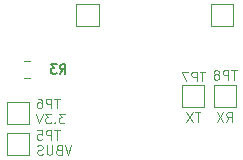
<source format=gbr>
%TF.GenerationSoftware,KiCad,Pcbnew,7.0.8*%
%TF.CreationDate,2023-10-29T23:41:36-05:00*%
%TF.ProjectId,CAN,43414e2e-6b69-4636-9164-5f7063625858,X1*%
%TF.SameCoordinates,Original*%
%TF.FileFunction,Legend,Bot*%
%TF.FilePolarity,Positive*%
%FSLAX46Y46*%
G04 Gerber Fmt 4.6, Leading zero omitted, Abs format (unit mm)*
G04 Created by KiCad (PCBNEW 7.0.8) date 2023-10-29 23:41:36*
%MOMM*%
%LPD*%
G01*
G04 APERTURE LIST*
%ADD10C,0.125000*%
%ADD11C,0.100000*%
%ADD12C,0.150000*%
%ADD13C,0.120000*%
G04 APERTURE END LIST*
D10*
X67176523Y-94432595D02*
X66719380Y-94432595D01*
X66947952Y-95232595D02*
X66947952Y-94432595D01*
X66452713Y-95232595D02*
X66452713Y-94432595D01*
X66452713Y-94432595D02*
X66147951Y-94432595D01*
X66147951Y-94432595D02*
X66071761Y-94470690D01*
X66071761Y-94470690D02*
X66033666Y-94508785D01*
X66033666Y-94508785D02*
X65995570Y-94584976D01*
X65995570Y-94584976D02*
X65995570Y-94699261D01*
X65995570Y-94699261D02*
X66033666Y-94775452D01*
X66033666Y-94775452D02*
X66071761Y-94813547D01*
X66071761Y-94813547D02*
X66147951Y-94851642D01*
X66147951Y-94851642D02*
X66452713Y-94851642D01*
X65309856Y-94432595D02*
X65462237Y-94432595D01*
X65462237Y-94432595D02*
X65538428Y-94470690D01*
X65538428Y-94470690D02*
X65576523Y-94508785D01*
X65576523Y-94508785D02*
X65652713Y-94623071D01*
X65652713Y-94623071D02*
X65690809Y-94775452D01*
X65690809Y-94775452D02*
X65690809Y-95080214D01*
X65690809Y-95080214D02*
X65652713Y-95156404D01*
X65652713Y-95156404D02*
X65614618Y-95194500D01*
X65614618Y-95194500D02*
X65538428Y-95232595D01*
X65538428Y-95232595D02*
X65386047Y-95232595D01*
X65386047Y-95232595D02*
X65309856Y-95194500D01*
X65309856Y-95194500D02*
X65271761Y-95156404D01*
X65271761Y-95156404D02*
X65233666Y-95080214D01*
X65233666Y-95080214D02*
X65233666Y-94889738D01*
X65233666Y-94889738D02*
X65271761Y-94813547D01*
X65271761Y-94813547D02*
X65309856Y-94775452D01*
X65309856Y-94775452D02*
X65386047Y-94737357D01*
X65386047Y-94737357D02*
X65538428Y-94737357D01*
X65538428Y-94737357D02*
X65614618Y-94775452D01*
X65614618Y-94775452D02*
X65652713Y-94813547D01*
X65652713Y-94813547D02*
X65690809Y-94889738D01*
X67601952Y-95702595D02*
X67106714Y-95702595D01*
X67106714Y-95702595D02*
X67373380Y-96007357D01*
X67373380Y-96007357D02*
X67259095Y-96007357D01*
X67259095Y-96007357D02*
X67182904Y-96045452D01*
X67182904Y-96045452D02*
X67144809Y-96083547D01*
X67144809Y-96083547D02*
X67106714Y-96159738D01*
X67106714Y-96159738D02*
X67106714Y-96350214D01*
X67106714Y-96350214D02*
X67144809Y-96426404D01*
X67144809Y-96426404D02*
X67182904Y-96464500D01*
X67182904Y-96464500D02*
X67259095Y-96502595D01*
X67259095Y-96502595D02*
X67487666Y-96502595D01*
X67487666Y-96502595D02*
X67563857Y-96464500D01*
X67563857Y-96464500D02*
X67601952Y-96426404D01*
X66763856Y-96426404D02*
X66725761Y-96464500D01*
X66725761Y-96464500D02*
X66763856Y-96502595D01*
X66763856Y-96502595D02*
X66801952Y-96464500D01*
X66801952Y-96464500D02*
X66763856Y-96426404D01*
X66763856Y-96426404D02*
X66763856Y-96502595D01*
X66459095Y-95702595D02*
X65963857Y-95702595D01*
X65963857Y-95702595D02*
X66230523Y-96007357D01*
X66230523Y-96007357D02*
X66116238Y-96007357D01*
X66116238Y-96007357D02*
X66040047Y-96045452D01*
X66040047Y-96045452D02*
X66001952Y-96083547D01*
X66001952Y-96083547D02*
X65963857Y-96159738D01*
X65963857Y-96159738D02*
X65963857Y-96350214D01*
X65963857Y-96350214D02*
X66001952Y-96426404D01*
X66001952Y-96426404D02*
X66040047Y-96464500D01*
X66040047Y-96464500D02*
X66116238Y-96502595D01*
X66116238Y-96502595D02*
X66344809Y-96502595D01*
X66344809Y-96502595D02*
X66421000Y-96464500D01*
X66421000Y-96464500D02*
X66459095Y-96426404D01*
X65735285Y-95702595D02*
X65468618Y-96502595D01*
X65468618Y-96502595D02*
X65201952Y-95702595D01*
D11*
X82162523Y-92020895D02*
X81705380Y-92020895D01*
X81933952Y-92820895D02*
X81933952Y-92020895D01*
X81438713Y-92820895D02*
X81438713Y-92020895D01*
X81438713Y-92020895D02*
X81133951Y-92020895D01*
X81133951Y-92020895D02*
X81057761Y-92058990D01*
X81057761Y-92058990D02*
X81019666Y-92097085D01*
X81019666Y-92097085D02*
X80981570Y-92173276D01*
X80981570Y-92173276D02*
X80981570Y-92287561D01*
X80981570Y-92287561D02*
X81019666Y-92363752D01*
X81019666Y-92363752D02*
X81057761Y-92401847D01*
X81057761Y-92401847D02*
X81133951Y-92439942D01*
X81133951Y-92439942D02*
X81438713Y-92439942D01*
X80524428Y-92363752D02*
X80600618Y-92325657D01*
X80600618Y-92325657D02*
X80638713Y-92287561D01*
X80638713Y-92287561D02*
X80676809Y-92211371D01*
X80676809Y-92211371D02*
X80676809Y-92173276D01*
X80676809Y-92173276D02*
X80638713Y-92097085D01*
X80638713Y-92097085D02*
X80600618Y-92058990D01*
X80600618Y-92058990D02*
X80524428Y-92020895D01*
X80524428Y-92020895D02*
X80372047Y-92020895D01*
X80372047Y-92020895D02*
X80295856Y-92058990D01*
X80295856Y-92058990D02*
X80257761Y-92097085D01*
X80257761Y-92097085D02*
X80219666Y-92173276D01*
X80219666Y-92173276D02*
X80219666Y-92211371D01*
X80219666Y-92211371D02*
X80257761Y-92287561D01*
X80257761Y-92287561D02*
X80295856Y-92325657D01*
X80295856Y-92325657D02*
X80372047Y-92363752D01*
X80372047Y-92363752D02*
X80524428Y-92363752D01*
X80524428Y-92363752D02*
X80600618Y-92401847D01*
X80600618Y-92401847D02*
X80638713Y-92439942D01*
X80638713Y-92439942D02*
X80676809Y-92516133D01*
X80676809Y-92516133D02*
X80676809Y-92668514D01*
X80676809Y-92668514D02*
X80638713Y-92744704D01*
X80638713Y-92744704D02*
X80600618Y-92782800D01*
X80600618Y-92782800D02*
X80524428Y-92820895D01*
X80524428Y-92820895D02*
X80372047Y-92820895D01*
X80372047Y-92820895D02*
X80295856Y-92782800D01*
X80295856Y-92782800D02*
X80257761Y-92744704D01*
X80257761Y-92744704D02*
X80219666Y-92668514D01*
X80219666Y-92668514D02*
X80219666Y-92516133D01*
X80219666Y-92516133D02*
X80257761Y-92439942D01*
X80257761Y-92439942D02*
X80295856Y-92401847D01*
X80295856Y-92401847D02*
X80372047Y-92363752D01*
X81286332Y-96376895D02*
X81552999Y-95995942D01*
X81743475Y-96376895D02*
X81743475Y-95576895D01*
X81743475Y-95576895D02*
X81438713Y-95576895D01*
X81438713Y-95576895D02*
X81362523Y-95614990D01*
X81362523Y-95614990D02*
X81324428Y-95653085D01*
X81324428Y-95653085D02*
X81286332Y-95729276D01*
X81286332Y-95729276D02*
X81286332Y-95843561D01*
X81286332Y-95843561D02*
X81324428Y-95919752D01*
X81324428Y-95919752D02*
X81362523Y-95957847D01*
X81362523Y-95957847D02*
X81438713Y-95995942D01*
X81438713Y-95995942D02*
X81743475Y-95995942D01*
X81019666Y-95576895D02*
X80486332Y-96376895D01*
X80486332Y-95576895D02*
X81019666Y-96376895D01*
D10*
X67176523Y-97099595D02*
X66719380Y-97099595D01*
X66947952Y-97899595D02*
X66947952Y-97099595D01*
X66452713Y-97899595D02*
X66452713Y-97099595D01*
X66452713Y-97099595D02*
X66147951Y-97099595D01*
X66147951Y-97099595D02*
X66071761Y-97137690D01*
X66071761Y-97137690D02*
X66033666Y-97175785D01*
X66033666Y-97175785D02*
X65995570Y-97251976D01*
X65995570Y-97251976D02*
X65995570Y-97366261D01*
X65995570Y-97366261D02*
X66033666Y-97442452D01*
X66033666Y-97442452D02*
X66071761Y-97480547D01*
X66071761Y-97480547D02*
X66147951Y-97518642D01*
X66147951Y-97518642D02*
X66452713Y-97518642D01*
X65271761Y-97099595D02*
X65652713Y-97099595D01*
X65652713Y-97099595D02*
X65690809Y-97480547D01*
X65690809Y-97480547D02*
X65652713Y-97442452D01*
X65652713Y-97442452D02*
X65576523Y-97404357D01*
X65576523Y-97404357D02*
X65386047Y-97404357D01*
X65386047Y-97404357D02*
X65309856Y-97442452D01*
X65309856Y-97442452D02*
X65271761Y-97480547D01*
X65271761Y-97480547D02*
X65233666Y-97556738D01*
X65233666Y-97556738D02*
X65233666Y-97747214D01*
X65233666Y-97747214D02*
X65271761Y-97823404D01*
X65271761Y-97823404D02*
X65309856Y-97861500D01*
X65309856Y-97861500D02*
X65386047Y-97899595D01*
X65386047Y-97899595D02*
X65576523Y-97899595D01*
X65576523Y-97899595D02*
X65652713Y-97861500D01*
X65652713Y-97861500D02*
X65690809Y-97823404D01*
X68141666Y-98369595D02*
X67874999Y-99169595D01*
X67874999Y-99169595D02*
X67608333Y-98369595D01*
X67075000Y-98750547D02*
X66960714Y-98788642D01*
X66960714Y-98788642D02*
X66922619Y-98826738D01*
X66922619Y-98826738D02*
X66884523Y-98902928D01*
X66884523Y-98902928D02*
X66884523Y-99017214D01*
X66884523Y-99017214D02*
X66922619Y-99093404D01*
X66922619Y-99093404D02*
X66960714Y-99131500D01*
X66960714Y-99131500D02*
X67036904Y-99169595D01*
X67036904Y-99169595D02*
X67341666Y-99169595D01*
X67341666Y-99169595D02*
X67341666Y-98369595D01*
X67341666Y-98369595D02*
X67075000Y-98369595D01*
X67075000Y-98369595D02*
X66998809Y-98407690D01*
X66998809Y-98407690D02*
X66960714Y-98445785D01*
X66960714Y-98445785D02*
X66922619Y-98521976D01*
X66922619Y-98521976D02*
X66922619Y-98598166D01*
X66922619Y-98598166D02*
X66960714Y-98674357D01*
X66960714Y-98674357D02*
X66998809Y-98712452D01*
X66998809Y-98712452D02*
X67075000Y-98750547D01*
X67075000Y-98750547D02*
X67341666Y-98750547D01*
X66541666Y-98369595D02*
X66541666Y-99017214D01*
X66541666Y-99017214D02*
X66503571Y-99093404D01*
X66503571Y-99093404D02*
X66465476Y-99131500D01*
X66465476Y-99131500D02*
X66389285Y-99169595D01*
X66389285Y-99169595D02*
X66236904Y-99169595D01*
X66236904Y-99169595D02*
X66160714Y-99131500D01*
X66160714Y-99131500D02*
X66122619Y-99093404D01*
X66122619Y-99093404D02*
X66084523Y-99017214D01*
X66084523Y-99017214D02*
X66084523Y-98369595D01*
X65741667Y-99131500D02*
X65627381Y-99169595D01*
X65627381Y-99169595D02*
X65436905Y-99169595D01*
X65436905Y-99169595D02*
X65360714Y-99131500D01*
X65360714Y-99131500D02*
X65322619Y-99093404D01*
X65322619Y-99093404D02*
X65284524Y-99017214D01*
X65284524Y-99017214D02*
X65284524Y-98941023D01*
X65284524Y-98941023D02*
X65322619Y-98864833D01*
X65322619Y-98864833D02*
X65360714Y-98826738D01*
X65360714Y-98826738D02*
X65436905Y-98788642D01*
X65436905Y-98788642D02*
X65589286Y-98750547D01*
X65589286Y-98750547D02*
X65665476Y-98712452D01*
X65665476Y-98712452D02*
X65703571Y-98674357D01*
X65703571Y-98674357D02*
X65741667Y-98598166D01*
X65741667Y-98598166D02*
X65741667Y-98521976D01*
X65741667Y-98521976D02*
X65703571Y-98445785D01*
X65703571Y-98445785D02*
X65665476Y-98407690D01*
X65665476Y-98407690D02*
X65589286Y-98369595D01*
X65589286Y-98369595D02*
X65398809Y-98369595D01*
X65398809Y-98369595D02*
X65284524Y-98407690D01*
D11*
X79495523Y-92150895D02*
X79038380Y-92150895D01*
X79266952Y-92950895D02*
X79266952Y-92150895D01*
X78771713Y-92950895D02*
X78771713Y-92150895D01*
X78771713Y-92150895D02*
X78466951Y-92150895D01*
X78466951Y-92150895D02*
X78390761Y-92188990D01*
X78390761Y-92188990D02*
X78352666Y-92227085D01*
X78352666Y-92227085D02*
X78314570Y-92303276D01*
X78314570Y-92303276D02*
X78314570Y-92417561D01*
X78314570Y-92417561D02*
X78352666Y-92493752D01*
X78352666Y-92493752D02*
X78390761Y-92531847D01*
X78390761Y-92531847D02*
X78466951Y-92569942D01*
X78466951Y-92569942D02*
X78771713Y-92569942D01*
X78047904Y-92150895D02*
X77514570Y-92150895D01*
X77514570Y-92150895D02*
X77857428Y-92950895D01*
X79095523Y-95576895D02*
X78638380Y-95576895D01*
X78866952Y-96376895D02*
X78866952Y-95576895D01*
X78447904Y-95576895D02*
X77914570Y-96376895D01*
X77914570Y-95576895D02*
X78447904Y-96376895D01*
D12*
X67189332Y-92310295D02*
X67455999Y-91929342D01*
X67646475Y-92310295D02*
X67646475Y-91510295D01*
X67646475Y-91510295D02*
X67341713Y-91510295D01*
X67341713Y-91510295D02*
X67265523Y-91548390D01*
X67265523Y-91548390D02*
X67227428Y-91586485D01*
X67227428Y-91586485D02*
X67189332Y-91662676D01*
X67189332Y-91662676D02*
X67189332Y-91776961D01*
X67189332Y-91776961D02*
X67227428Y-91853152D01*
X67227428Y-91853152D02*
X67265523Y-91891247D01*
X67265523Y-91891247D02*
X67341713Y-91929342D01*
X67341713Y-91929342D02*
X67646475Y-91929342D01*
X66922666Y-91510295D02*
X66427428Y-91510295D01*
X66427428Y-91510295D02*
X66694094Y-91815057D01*
X66694094Y-91815057D02*
X66579809Y-91815057D01*
X66579809Y-91815057D02*
X66503618Y-91853152D01*
X66503618Y-91853152D02*
X66465523Y-91891247D01*
X66465523Y-91891247D02*
X66427428Y-91967438D01*
X66427428Y-91967438D02*
X66427428Y-92157914D01*
X66427428Y-92157914D02*
X66465523Y-92234104D01*
X66465523Y-92234104D02*
X66503618Y-92272200D01*
X66503618Y-92272200D02*
X66579809Y-92310295D01*
X66579809Y-92310295D02*
X66808380Y-92310295D01*
X66808380Y-92310295D02*
X66884571Y-92272200D01*
X66884571Y-92272200D02*
X66922666Y-92234104D01*
D13*
%TO.C,TP3*%
X68580000Y-86424000D02*
X68580000Y-88324000D01*
X68580000Y-88324000D02*
X70480000Y-88324000D01*
X70480000Y-86424000D02*
X68580000Y-86424000D01*
X70480000Y-88324000D02*
X70480000Y-86424000D01*
%TO.C,TP4*%
X79980000Y-86424000D02*
X79980000Y-88324000D01*
X79980000Y-88324000D02*
X81880000Y-88324000D01*
X81880000Y-86424000D02*
X79980000Y-86424000D01*
X81880000Y-88324000D02*
X81880000Y-86424000D01*
%TO.C,TP6*%
X64577000Y-96581000D02*
X64577000Y-94681000D01*
X64577000Y-94681000D02*
X62677000Y-94681000D01*
X62677000Y-96581000D02*
X64577000Y-96581000D01*
X62677000Y-94681000D02*
X62677000Y-96581000D01*
%TO.C,TP8*%
X82103000Y-95184000D02*
X82103000Y-93284000D01*
X82103000Y-93284000D02*
X80203000Y-93284000D01*
X80203000Y-95184000D02*
X82103000Y-95184000D01*
X80203000Y-93284000D02*
X80203000Y-95184000D01*
%TO.C,TP5*%
X64577000Y-99248000D02*
X64577000Y-97348000D01*
X64577000Y-97348000D02*
X62677000Y-97348000D01*
X62677000Y-99248000D02*
X64577000Y-99248000D01*
X62677000Y-97348000D02*
X62677000Y-99248000D01*
%TO.C,TP7*%
X79436000Y-95184000D02*
X79436000Y-93284000D01*
X79436000Y-93284000D02*
X77536000Y-93284000D01*
X77536000Y-95184000D02*
X79436000Y-95184000D01*
X77536000Y-93284000D02*
X77536000Y-95184000D01*
%TO.C,R3*%
X64632064Y-92683000D02*
X64177936Y-92683000D01*
X64632064Y-91213000D02*
X64177936Y-91213000D01*
%TD*%
M02*

</source>
